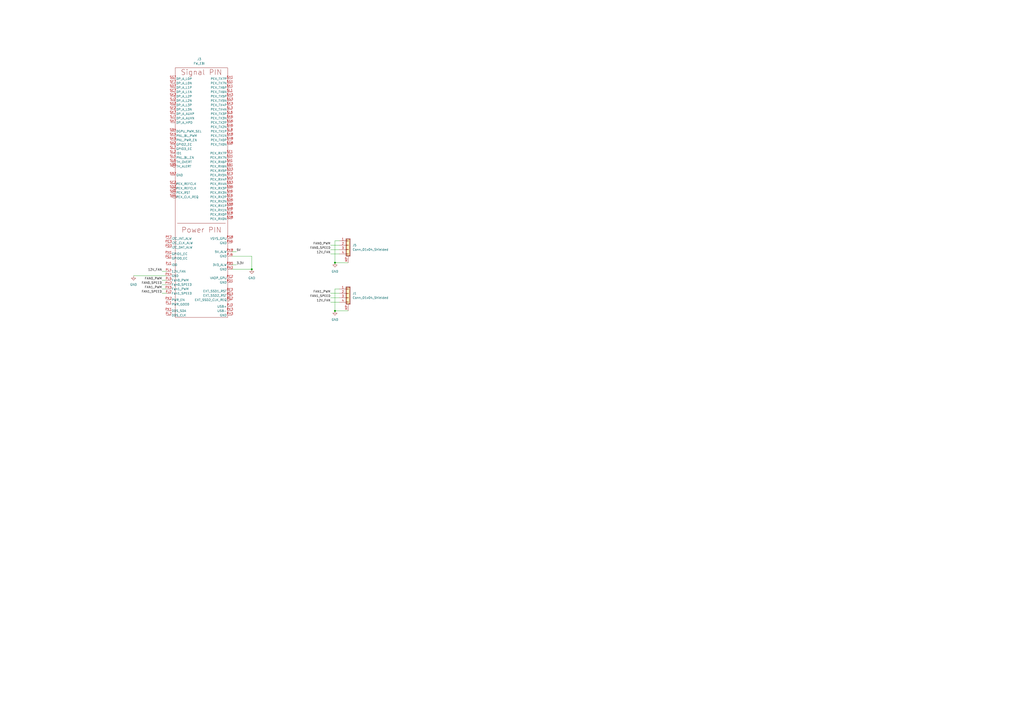
<source format=kicad_sch>
(kicad_sch (version 20230121) (generator eeschema)
  (paper "A2")
  (lib_symbols
    (symbol "Expansion_Bay:FW_EBI"
      (property "Reference" "J" (at 22.86 59.69 0))
      (property "Value" "FW_EBI" (at 22.86 59.69 0))
      (symbol "FW_EBI_0_0"
        (pin power_out line (at 17.78 -26.67 180) (length 2.54) (name "GND") (number "PA3"))
        (pin power_out line (at 17.78 -11.43 180) (length 2.54) (name "GND") (number "PA6"))
        (pin power_out line (at 17.78 -24.13 180) (length 2.54) (name "3V3_ALW") (number "PB5"))
        (pin power_in line (at 17.78 -31.75 180) (length 2.54) (name "VADP_GPU") (number "PC2"))
        (pin power_in line (at 17.78 -34.29 180) (length 2.54) (name "GND") (number "PD1"))
        (pin unspecified line (at -20.32 -20.32 0) (length 2.54) (name "GPIO0_EC") (number "PG1"))
        (pin power_out line (at 17.78 -8.89 180) (length 2.54) (name "VSYS_GPU") (number "PG8"))
        (pin unspecified line (at -20.32 -17.78 0) (length 2.54) (name "GPIO1_EC") (number "PH1"))
        (pin output line (at -20.32 -35.56 0) (length 2.54) (name "Fan0_SPEED") (number "PH2"))
        (pin power_out line (at 17.78 -53.34 180) (length 2.54) (name "GND") (number "PH3"))
        (pin output line (at -20.32 -24.13 0) (length 2.54) (name "ID0") (number "PJ1"))
        (pin output line (at -20.32 -40.64 0) (length 2.54) (name "Fan1_SPEED") (number "PJ2"))
        (pin bidirectional line (at 17.78 -48.26 180) (length 2.54) (name "USB+") (number "PJ3"))
        (pin power_out line (at 17.78 -19.05 180) (length 2.54) (name "GND") (number "PJ6"))
        (pin input line (at -20.32 -50.8 0) (length 2.54) (name "DDS_SDA") (number "PK1"))
        (pin bidirectional line (at 17.78 -50.8 180) (length 2.54) (name "USB-") (number "PK3"))
        (pin power_out line (at -20.32 -30.48 0) (length 2.54) (name "GND") (number "PK4"))
        (pin input line (at -20.32 -38.1 0) (length 2.54) (name "Fan1_PWM") (number "PK5"))
        (pin power_out line (at 17.78 -16.51 180) (length 2.54) (name "5V_ALW") (number "PK8"))
        (pin bidirectional line (at -20.32 -53.34 0) (length 2.54) (name "DDS_CLK") (number "PL2"))
        (pin power_out line (at -20.32 -27.94 0) (length 2.54) (name "12V_FAN") (number "PL4"))
        (pin input line (at -20.32 -33.02 0) (length 2.54) (name "Fan0_PWM") (number "PL5"))
        (pin output line (at 17.78 35.56 180) (length 2.54) (name "PEX_RX6P") (number "SA1"))
        (pin unspecified line (at -17.78 45.72 0) (length 2.54) (name "GPIO2_EC") (number "SA2"))
        (pin output line (at 17.78 25.4 180) (length 2.54) (name "PEX_RX4P") (number "SA3"))
        (pin output line (at 17.78 17.78 180) (length 2.54) (name "PEX_RX3N") (number "SA6"))
        (pin unspecified line (at -17.78 58.42 0) (length 2.54) (name "DP_A_HPD") (number "SA7"))
        (pin output line (at 17.78 7.62 180) (length 2.54) (name "PEX_RX1N") (number "SA8"))
        (pin output line (at 17.78 33.02 180) (length 2.54) (name "PEX_RX6N") (number "SB1"))
        (pin bidirectional line (at -17.78 27.94 0) (length 2.54) (name "GND") (number "SB2"))
        (pin output line (at 17.78 22.86 180) (length 2.54) (name "PEX_RX4N") (number "SB3"))
        (pin unspecified line (at -17.78 53.34 0) (length 2.54) (name "DGPU_PWM_SEL") (number "SB4"))
        (pin output line (at 17.78 20.32 180) (length 2.54) (name "PEX_RX3P") (number "SB6"))
        (pin output line (at 17.78 10.16 180) (length 2.54) (name "PEX_RX1P") (number "SB8"))
        (pin output clock (at -17.78 22.86 0) (length 2.54) (name "PEX_REFCLK") (number "SC2"))
        (pin unspecified line (at -17.78 76.2 0) (length 2.54) (name "DP_A_L1N") (number "SC7"))
        (pin output line (at 17.78 38.1 180) (length 2.54) (name "PEX_RX7N") (number "SD1"))
        (pin output line (at 17.78 30.48 180) (length 2.54) (name "PEX_RX5P") (number "SD3"))
        (pin output line (at 17.78 12.7 180) (length 2.54) (name "PEX_RX2N") (number "SD6"))
        (pin unspecified line (at -17.78 78.74 0) (length 2.54) (name "DP_A_L1P") (number "SD7"))
        (pin output line (at 17.78 2.54 180) (length 2.54) (name "PEX_RX0N") (number "SD8"))
        (pin output line (at 17.78 40.64 180) (length 2.54) (name "PEX_RX7P") (number "SE1"))
        (pin output line (at 17.78 27.94 180) (length 2.54) (name "PEX_RX5N") (number "SE3"))
        (pin output line (at 17.78 15.24 180) (length 2.54) (name "PEX_RX2P") (number "SE6"))
        (pin output line (at 17.78 5.08 180) (length 2.54) (name "PEX_RX0P") (number "SE8"))
        (pin unspecified line (at -17.78 66.04 0) (length 2.54) (name "DP_A_L3N") (number "SF2"))
        (pin unspecified line (at -17.78 81.28 0) (length 2.54) (name "DP_A_L0N") (number "SF7"))
        (pin input line (at 17.78 81.28 180) (length 2.54) (name "PEX_TX7N") (number "SG1"))
        (pin unspecified line (at -17.78 68.58 0) (length 2.54) (name "DP_A_L3P") (number "SG2"))
        (pin input line (at 17.78 71.12 180) (length 2.54) (name "PEX_TX5N") (number "SG3"))
        (pin input line (at 17.78 58.42 180) (length 2.54) (name "PEX_TX2P") (number "SG6"))
        (pin unspecified line (at -17.78 83.82 0) (length 2.54) (name "DP_A_L0P") (number "SG7"))
        (pin input line (at 17.78 45.72 180) (length 2.54) (name "PEX_TX0N") (number "SG8"))
        (pin input line (at 17.78 83.82 180) (length 2.54) (name "PEX_TX7P") (number "SH1"))
        (pin input line (at 17.78 73.66 180) (length 2.54) (name "PEX_TX5P") (number "SH3"))
        (pin input line (at 17.78 55.88 180) (length 2.54) (name "PEX_TX2N") (number "SH6"))
        (pin input line (at 17.78 48.26 180) (length 2.54) (name "PEX_TX0P") (number "SH8"))
        (pin unspecified line (at -17.78 71.12 0) (length 2.54) (name "DP_A_L2N") (number "SJ2"))
        (pin unspecified line (at -17.78 60.96 0) (length 2.54) (name "DP_A_AUXN") (number "SJ7"))
        (pin input line (at 17.78 78.74 180) (length 2.54) (name "PEX_TX6P") (number "SK1"))
        (pin unspecified line (at -17.78 73.66 0) (length 2.54) (name "DP_A_L2P") (number "SK2"))
        (pin input line (at 17.78 68.58 180) (length 2.54) (name "PEX_TX4P") (number "SK3"))
        (pin unspecified line (at -17.78 50.8 0) (length 2.54) (name "PNL_BL_PWM") (number "SK4"))
        (pin unspecified line (at -17.78 48.26 0) (length 2.54) (name "PNL_PWR_EN") (number "SK5"))
        (pin input line (at 17.78 60.96 180) (length 2.54) (name "PEX_TX3N") (number "SK6"))
        (pin unspecified line (at -17.78 63.5 0) (length 2.54) (name "DP_A_AUXP") (number "SK7"))
        (pin input line (at 17.78 50.8 180) (length 2.54) (name "PEX_TX1N") (number "SK8"))
        (pin input line (at 17.78 76.2 180) (length 2.54) (name "PEX_TX6N") (number "SL1"))
        (pin unspecified line (at -17.78 40.64 0) (length 2.54) (name "ID1") (number "SL2"))
        (pin input line (at 17.78 66.04 180) (length 2.54) (name "PEX_TX4N") (number "SL3"))
        (pin unspecified line (at -17.78 38.1 0) (length 2.54) (name "PNL_BL_EN") (number "SL4"))
        (pin input line (at 17.78 63.5 180) (length 2.54) (name "PEX_TX3P") (number "SL6"))
        (pin unspecified line (at -17.78 43.18 0) (length 2.54) (name "GPIO3_EC") (number "SL7"))
        (pin input line (at 17.78 53.34 180) (length 2.54) (name "PEX_TX1P") (number "SL8"))
      )
      (symbol "FW_EBI_1_0"
        (pin power_in line (at 17.78 -31.75 180) (length 2.54) hide (name "VADP_GPU") (number "PA1"))
        (pin power_in line (at 17.78 -31.75 180) (length 2.54) hide (name "VADP_GPU") (number "PA2"))
        (pin power_out line (at 17.78 -24.13 180) (length 2.54) hide (name "3V3_ALW") (number "PA4"))
        (pin power_out line (at 17.78 -24.13 180) (length 2.54) hide (name "3V3_ALW") (number "PA5"))
        (pin power_out line (at 17.78 -8.89 180) (length 2.54) hide (name "VSYS_GPU") (number "PA7"))
        (pin power_out line (at 17.78 -8.89 180) (length 2.54) hide (name "VSYS_GPU") (number "PA8"))
        (pin power_in line (at 17.78 -31.75 180) (length 2.54) hide (name "VADP_GPU") (number "PB1"))
        (pin power_in line (at 17.78 -31.75 180) (length 2.54) hide (name "VADP_GPU") (number "PB2"))
        (pin power_out line (at 17.78 -26.67 180) (length 2.54) hide (name "GND") (number "PB3"))
        (pin power_out line (at 17.78 -24.13 180) (length 2.54) hide (name "3V3_ALW") (number "PB4"))
        (pin power_out line (at 17.78 -11.43 180) (length 2.54) hide (name "GND") (number "PB6"))
        (pin power_out line (at 17.78 -8.89 180) (length 2.54) hide (name "VSYS_GPU") (number "PB7"))
        (pin power_out line (at 17.78 -8.89 180) (length 2.54) hide (name "VSYS_GPU") (number "PB8"))
        (pin power_in line (at 17.78 -31.75 180) (length 2.54) hide (name "VADP_GPU") (number "PC1"))
        (pin unspecified line (at -20.32 -11.43 0) (length 2.54) (name "I2C_CLK_ALW") (number "PC3"))
        (pin power_out line (at 17.78 -11.43 180) (length 2.54) hide (name "GND") (number "PC6"))
        (pin power_out line (at 17.78 -8.89 180) (length 2.54) hide (name "VSYS_GPU") (number "PC7"))
        (pin power_out line (at 17.78 -8.89 180) (length 2.54) hide (name "VSYS_GPU") (number "PC8"))
        (pin power_in line (at 17.78 -34.29 180) (length 2.54) hide (name "GND") (number "PD2"))
        (pin unspecified line (at -20.32 -13.97 0) (length 2.54) (name "I2C_DAT_ALW") (number "PD3"))
        (pin power_out line (at 17.78 -11.43 180) (length 2.54) hide (name "GND") (number "PD6"))
        (pin power_out line (at 17.78 -8.89 180) (length 2.54) hide (name "VSYS_GPU") (number "PD7"))
        (pin power_out line (at 17.78 -8.89 180) (length 2.54) hide (name "VSYS_GPU") (number "PD8"))
        (pin power_in line (at 17.78 -34.29 180) (length 2.54) hide (name "GND") (number "PE1"))
        (pin power_in line (at 17.78 -34.29 180) (length 2.54) hide (name "GND") (number "PE2"))
        (pin power_out line (at 17.78 -26.67 180) (length 2.54) hide (name "GND") (number "PE3"))
        (pin power_out line (at 17.78 -11.43 180) (length 2.54) hide (name "GND") (number "PE6"))
        (pin power_out line (at 17.78 -8.89 180) (length 2.54) hide (name "VSYS_GPU") (number "PE7"))
        (pin power_out line (at 17.78 -8.89 180) (length 2.54) hide (name "VSYS_GPU") (number "PE8"))
        (pin power_in line (at 17.78 -34.29 180) (length 2.54) hide (name "GND") (number "PF1"))
        (pin unspecified line (at -20.32 -8.89 0) (length 2.54) (name "I2C_INT_ALW") (number "PF2"))
        (pin bidirectional inverted (at 17.78 -39.37 180) (length 2.54) (name "EXT_SSD1_RST") (number "PF3"))
        (pin power_out line (at 17.78 -11.43 180) (length 2.54) hide (name "GND") (number "PF6"))
        (pin power_out line (at 17.78 -8.89 180) (length 2.54) hide (name "VSYS_GPU") (number "PF7"))
        (pin power_out line (at 17.78 -8.89 180) (length 2.54) hide (name "VSYS_GPU") (number "PF8"))
        (pin bidirectional inverted (at 17.78 -44.45 180) (length 2.54) (name "EXT_SSD2_CLK_REQ") (number "PG2"))
        (pin bidirectional inverted (at 17.78 -41.91 180) (length 2.54) (name "EXT_SSD2_RST") (number "PG3"))
        (pin power_out line (at 17.78 -11.43 180) (length 2.54) hide (name "GND") (number "PG6"))
        (pin power_out line (at 17.78 -8.89 180) (length 2.54) hide (name "VSYS_GPU") (number "PG7"))
        (pin power_out line (at 17.78 -11.43 180) (length 2.54) hide (name "GND") (number "PH6"))
        (pin power_out line (at 17.78 -11.43 180) (length 2.54) hide (name "GND") (number "PH7"))
        (pin power_out line (at 17.78 -11.43 180) (length 2.54) hide (name "GND") (number "PH8"))
        (pin power_out line (at 17.78 -11.43 180) (length 2.54) hide (name "GND") (number "PJ7"))
        (pin power_out line (at 17.78 -11.43 180) (length 2.54) hide (name "GND") (number "PJ8"))
        (pin output line (at -20.32 -44.45 0) (length 2.54) (name "PWR_EN") (number "PK2"))
        (pin power_out line (at 17.78 -19.05 180) (length 2.54) hide (name "GND") (number "PK6"))
        (pin power_out line (at 17.78 -16.51 180) (length 2.54) hide (name "5V_ALW") (number "PK7"))
        (pin output line (at -20.32 -46.99 0) (length 2.54) (name "PWR_GOOD") (number "PL1"))
        (pin power_out line (at 17.78 -53.34 180) (length 2.54) hide (name "GND") (number "PL3"))
        (pin power_out line (at 17.78 -19.05 180) (length 2.54) hide (name "GND") (number "PL6"))
        (pin power_out line (at 17.78 -16.51 180) (length 2.54) hide (name "5V_ALW") (number "PL7"))
        (pin power_out line (at 17.78 -16.51 180) (length 2.54) hide (name "5V_ALW") (number "PL8"))
        (pin output inverted_clock (at -17.78 15.24 0) (length 2.54) (name "PEX_CLK_REQ") (number "SA4"))
        (pin input inverted (at -17.78 17.78 0) (length 2.54) (name "PEX_RST") (number "SA5"))
        (pin unspecified inverted (at -17.78 33.02 0) (length 2.54) (name "TH_ALERT") (number "SB5"))
        (pin bidirectional line (at -17.78 27.94 0) (length 2.54) hide (name "GND") (number "SB7"))
        (pin bidirectional line (at -17.78 27.94 0) (length 2.54) hide (name "GND") (number "SC1"))
        (pin bidirectional line (at -17.78 27.94 0) (length 2.54) hide (name "GND") (number "SC3"))
        (pin bidirectional line (at -17.78 27.94 0) (length 2.54) hide (name "GND") (number "SC6"))
        (pin bidirectional line (at -17.78 27.94 0) (length 2.54) hide (name "GND") (number "SC8"))
        (pin output inverted_clock (at -17.78 20.32 0) (length 2.54) (name "PEX_REFCLK") (number "SD2"))
        (pin bidirectional line (at -17.78 27.94 0) (length 2.54) hide (name "GND") (number "SE2"))
        (pin bidirectional line (at -17.78 27.94 0) (length 2.54) hide (name "GND") (number "SE7"))
        (pin bidirectional line (at -17.78 27.94 0) (length 2.54) hide (name "GND") (number "SF1"))
        (pin bidirectional line (at -17.78 27.94 0) (length 2.54) hide (name "GND") (number "SF3"))
        (pin bidirectional line (at -17.78 27.94 0) (length 2.54) hide (name "GND") (number "SF6"))
        (pin bidirectional line (at -17.78 27.94 0) (length 2.54) hide (name "GND") (number "SF8"))
        (pin bidirectional line (at -17.78 27.94 0) (length 2.54) hide (name "GND") (number "SH2"))
        (pin bidirectional line (at -17.78 27.94 0) (length 2.54) hide (name "GND") (number "SH7"))
        (pin bidirectional line (at -17.78 27.94 0) (length 2.54) hide (name "GND") (number "SJ1"))
        (pin bidirectional line (at -17.78 27.94 0) (length 2.54) hide (name "GND") (number "SJ3"))
        (pin bidirectional line (at -17.78 27.94 0) (length 2.54) hide (name "GND") (number "SJ6"))
        (pin bidirectional line (at -17.78 27.94 0) (length 2.54) hide (name "GND") (number "SJ8"))
        (pin unspecified inverted (at -17.78 35.56 0) (length 2.54) (name "TH_OVERT") (number "SL5"))
      )
      (symbol "FW_EBI_1_1"
        (rectangle (start -15.24 90.17) (end 15.24 -54.61))
        (polyline (pts (xy -13.97 0) (xy 13.97 0)))
        (text "Power PIN" (at 0 -3.81 0) (effects (font (size 3 3))))
        (text "Signal PIN" (at 0 87.63 0) (effects (font (size 3 3))))
      )
    )
    (symbol "Expansion_Bay:JST_SH_01x04" (pin_names (offset 1.016) hide)
      (property "Reference" "J" (at 0.254 4.826 0))
      (property "Value" "JST_SH_01x04" (at 1.016 -7.366 0))
      (symbol "JST_SH_01x04_1_1"
        (rectangle (start -1.27 3.81) (end 1.27 -6.35) (stroke (width 0.1524)))
        (rectangle (start -1.016 -4.953) (end 0.254 -5.207) (stroke (width 0.1524)))
        (rectangle (start -1.016 -2.413) (end 0.254 -2.667) (stroke (width 0.1524)))
        (rectangle (start -1.016 0.127) (end 0.254 -0.127) (stroke (width 0.1524)))
        (rectangle (start -1.016 2.667) (end 0.254 2.413) (stroke (width 0.1524)))
        (rectangle (start -1.016 3.556) (end 1.016 -6.096) (stroke (width 0.254)) (fill (type background)))
        (pin passive line (at -5.08 2.54 0) (length 4.064) (name "Pin_1") (number "1"))
        (pin passive line (at -5.08 0 0) (length 4.064) (name "Pin_2") (number "2"))
        (pin passive line (at -5.08 -2.54 0) (length 4.064) (name "Pin_3") (number "3"))
        (pin passive line (at -5.08 -5.08 0) (length 4.064) (name "Pin_4") (number "4"))
        (pin passive line (at 0 -10.16 90) (length 3.81) (name "Shield") (number "MP"))
      )
    )
    (symbol "power:GND" (power) (pin_names (offset 0))
      (property "Value" "GND" (at 0 -3.81 0))
      (symbol "GND_0_1"
        (polyline (pts (xy 0 0) (xy 0 -1.27) (xy 1.27 -1.27) (xy 0 -2.54) (xy -1.27 -1.27) (xy 0 -1.27)))
      )
      (symbol "GND_1_1"
        (pin power_in line (at 0 0 270) (length 0) hide (name "GND") (number "1"))
      )
    )
  )
  (junction (at 194.31 152.4))
  (junction (at 194.31 180.34))
  (junction (at 146.05 156.21))
  (wire (pts (xy 146.05 148.59) (xy 146.05 156.21)))
  (wire (pts (xy 93.98 170.18) (xy 96.52 170.18)))
  (wire (pts (xy 191.77 144.78) (xy 196.85 144.78)))
  (wire (pts (xy 93.98 162.56) (xy 96.52 162.56)))
  (wire (pts (xy 194.31 180.34) (xy 194.31 167.64)))
  (wire (pts (xy 191.77 175.26) (xy 196.85 175.26)))
  (wire (pts (xy 191.77 170.18) (xy 196.85 170.18)))
  (wire (pts (xy 93.98 167.64) (xy 96.52 167.64)))
  (wire (pts (xy 134.62 156.21) (xy 146.05 156.21)))
  (wire (pts (xy 194.31 139.7) (xy 194.31 152.4)))
  (wire (pts (xy 194.31 152.4) (xy 201.93 152.4)))
  (wire (pts (xy 191.77 172.72) (xy 196.85 172.72)))
  (wire (pts (xy 134.62 153.67) (xy 137.16 153.67)))
  (wire (pts (xy 93.98 165.1) (xy 96.52 165.1)))
  (wire (pts (xy 134.62 146.05) (xy 137.16 146.05)))
  (wire (pts (xy 93.98 157.48) (xy 96.52 157.48)))
  (wire (pts (xy 191.77 147.32) (xy 196.85 147.32)))
  (wire (pts (xy 194.31 167.64) (xy 196.85 167.64)))
  (wire (pts (xy 134.62 148.59) (xy 146.05 148.59)))
  (wire (pts (xy 196.85 139.7) (xy 194.31 139.7)))
  (wire (pts (xy 191.77 142.24) (xy 196.85 142.24)))
  (wire (pts (xy 77.47 160.02) (xy 96.52 160.02)))
  (wire (pts (xy 194.31 180.34) (xy 201.93 180.34)))
  (label "12V_FAN" (at 191.77 175.26 180))
  (label "FAN0_SPEED" (at 93.98 165.1 180))
  (label "FAN1_PWM" (at 191.77 170.18 180))
  (label "FAN1_SPEED" (at 93.98 170.18 180))
  (label "FAN0_SPEED" (at 191.77 144.78 180))
  (label "5V" (at 137.16 146.05 0))
  (label "12V_FAN" (at 93.98 157.48 180))
  (label "FAN0_PWM" (at 93.98 162.56 180))
  (label "FAN1_SPEED" (at 191.77 172.72 180))
  (label "FAN0_PWM" (at 191.77 142.24 180))
  (label "3.3V" (at 137.16 153.67 0))
  (label "12V_FAN" (at 191.77 147.32 180))
  (label "FAN1_PWM" (at 93.98 167.64 180))
  (symbol (lib_id "power:GND") (at 146.05 156.21 0) (unit 1)
    (property "Reference" "#PWR03" (effects hide))
    (property "Value" "GND" (at 146.05 161.29 0))
  )
  (symbol (lib_id "Expansion_Bay:JST_SH_01x04") (at 201.93 170.18 0) (unit 1)
    (property "Reference" "J1" (at 204.47 170.18 0) (effects (justify left)))
    (property "Value" "Conn_01x04_Shielded" (at 204.47 172.72 0) (effects (justify left)))
    (property "Footprint" "Connector_JST:JST_SH_SM04B-SRSS-TB_1x04-1MP_P1.00mm_Horizontal" (effects hide))
  )
  (symbol (lib_id "power:GND") (at 77.47 160.02 0) (unit 1)
    (property "Reference" "#PWR01" (effects hide))
    (property "Value" "GND" (at 77.47 165.1 0))
  )
  (symbol (lib_id "Expansion_Bay:FW_EBI") (at 116.84 129.54 0) (unit 1)
    (property "Reference" "J3" (at 115.57 34.29 0))
    (property "Value" "FW_EBI" (at 115.57 36.83 0))
    (property "Footprint" "Expansion_Bay:2x74P FXBeam" (effects hide))
    (property "Datasheet" "https://github.com/FrameworkComputer/ExpansionBay/tree/main/Electrical" (effects hide))
  )
  (symbol (lib_id "power:GND") (at 194.31 152.4 0) (unit 1)
    (property "Reference" "#PWR04" (effects hide))
    (property "Value" "GND" (at 194.31 157.48 0))
  )
  (symbol (lib_id "power:GND") (at 194.31 180.34 0) (unit 1)
    (property "Reference" "#PWR05" (effects hide))
    (property "Value" "GND" (at 194.31 185.42 0))
  )
  (symbol (lib_id "Expansion_Bay:JST_SH_01x04") (at 201.93 142.24 0) (unit 1)
    (property "Reference" "J5" (at 204.47 142.24 0) (effects (justify left)))
    (property "Value" "Conn_01x04_Shielded" (at 204.47 144.78 0) (effects (justify left)))
    (property "Footprint" "Connector_JST:JST_SH_SM04B-SRSS-TB_1x04-1MP_P1.00mm_Horizontal" (effects hide))
  )
)
</source>
